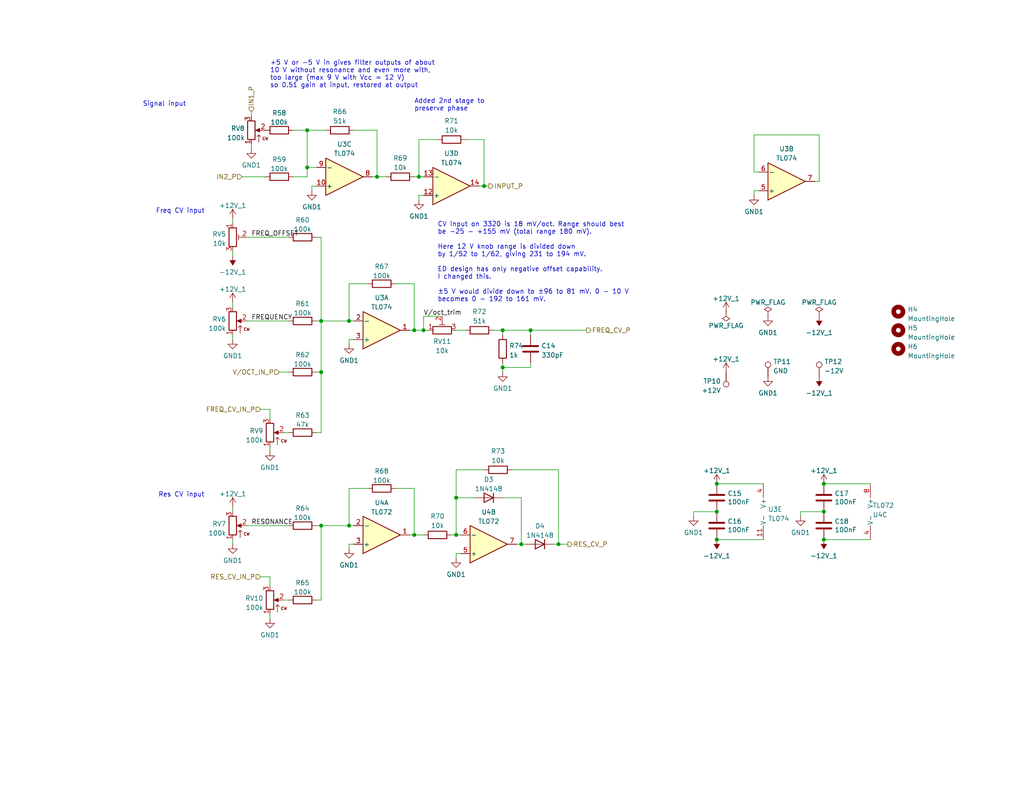
<source format=kicad_sch>
(kicad_sch (version 20221206) (generator eeschema)
  (paper "USLetter")
  (title_block (title "Pole mixing filter") (date "2022-03-29") (company "mods by Rich Holmes / Analog Output") (comment 1 "CC BY-NC-SA 4.0") (comment 2 "https://electricdruid.net/multimode-filters-part-2-pole-mixing-filters/") (comment 3 "Based on Electric Druid design "))
  (lib_symbols
    (symbol "AO_symbols:+12V_1" (power) (pin_names (offset 0))
      (property "Value" "+12V_1" (at 0 3.556 0))
      (symbol "+12V_1_0_1"
        (polyline (pts (xy -0.762 1.27) (xy 0 2.54)))
        (polyline (pts (xy 0 0) (xy 0 2.54)))
        (polyline (pts (xy 0 2.54) (xy 0.762 1.27)))
      )
      (symbol "+12V_1_1_1"
        (pin power_in line (at 0 0 90) (length 0) hide (name "+12V_1") (number "1"))
      )
    )
    (symbol "AO_symbols:-12V_1" (power) (pin_names (offset 0))
      (property "Value" "-12V_1" (at 0 3.81 0))
      (symbol "-12V_1_0_0"
        (pin power_in line (at 0 0 90) (length 0) hide (name "-12V_1") (number "1"))
      )
      (symbol "-12V_1_0_1"
        (polyline (pts (xy 0 0) (xy 0 1.27) (xy 0.762 1.27) (xy 0 2.54) (xy -0.762 1.27) (xy 0 1.27)) (fill (type outline)))
      )
    )
    (symbol "AO_symbols:1N4148" (pin_numbers hide) (pin_names (offset 1.016) hide)
      (property "Reference" "D" (at 0 2.54 0))
      (property "Value" "1N4148" (at 0 -2.54 0))
      (symbol "1N4148_0_1"
        (polyline (pts (xy -1.27 1.27) (xy -1.27 -1.27)) (stroke (width 0.254)))
        (polyline (pts (xy 1.27 0) (xy -1.27 0)))
        (polyline (pts (xy 1.27 1.27) (xy 1.27 -1.27) (xy -1.27 0) (xy 1.27 1.27)) (stroke (width 0.254)))
      )
      (symbol "1N4148_1_1"
        (pin passive line (at -3.81 0 0) (length 2.54) (name "K") (number "1"))
        (pin passive line (at 3.81 0 180) (length 2.54) (name "A") (number "2"))
      )
    )
    (symbol "AO_symbols:C" (pin_numbers hide) (pin_names (offset 0.254))
      (property "Reference" "C" (at 0.635 2.54 0))
      (property "Value" "C" (at 0.635 -2.54 0))
      (symbol "C_0_1"
        (polyline (pts (xy -2.032 -0.762) (xy 2.032 -0.762)) (stroke (width 0.508)))
        (polyline (pts (xy -2.032 0.762) (xy 2.032 0.762)) (stroke (width 0.508)))
      )
      (symbol "C_1_1"
        (pin passive line (at 0 3.81 270) (length 2.794) (name "~") (number "1"))
        (pin passive line (at 0 -3.81 90) (length 2.794) (name "~") (number "2"))
      )
    )
    (symbol "AO_symbols:MountingHole" (pin_names (offset 1.016)) (in_bom no)
      (property "Reference" "H" (at 0 5.08 0))
      (property "Value" "MountingHole" (at 0 3.175 0))
      (symbol "MountingHole_0_1"
        (circle (center 0 0) (radius 1.27) (stroke (width 1.27)))
      )
    )
    (symbol "AO_symbols:R" (pin_numbers hide) (pin_names (offset 0))
      (property "Reference" "R" (at 2.032 0 90))
      (property "Value" "R" (at 0 0 90))
      (symbol "R_0_1"
        (rectangle (start -1.016 -2.54) (end 1.016 2.54) (stroke (width 0.254)))
      )
      (symbol "R_1_1"
        (pin passive line (at 0 3.81 270) (length 1.27) (name "~") (number "1"))
        (pin passive line (at 0 -3.81 90) (length 1.27) (name "~") (number "2"))
      )
    )
    (symbol "AO_symbols:R_POT" (pin_names (offset 1.016) hide)
      (property "Reference" "RV" (at -4.445 0 90))
      (property "Value" "R_POT" (at -2.54 0 90))
      (symbol "R_POT_0_0"
        (text "CW" (at 3.81 -2.286 0) (effects (font (size 0.762 0.762))))
      )
      (symbol "R_POT_0_1"
        (rectangle (start -1.016 2.54) (end 1.016 -2.54) (stroke (width 0.254)))
        (polyline (pts (xy 2.032 -3.302) (xy 2.032 -1.27)) (stroke (width 0.1524)))
        (polyline (pts (xy 2.54 0) (xy 1.524 0)))
        (polyline (pts (xy 2.54 -1.778) (xy 2.032 -1.27) (xy 1.524 -1.778)) (stroke (width 0.1524)))
        (polyline (pts (xy 1.143 0) (xy 2.286 -0.508) (xy 2.286 0.508) (xy 1.143 0)) (fill (type outline)))
      )
      (symbol "R_POT_1_1"
        (pin passive line (at 0 -3.81 90) (length 1.27) (name "1") (number "1"))
        (pin passive line (at 3.81 0 180) (length 1.27) (name "2") (number "2"))
        (pin passive line (at 0 3.81 270) (length 1.27) (name "3") (number "3"))
      )
    )
    (symbol "AO_symbols:R_POT_TRIM_3296W" (pin_names (offset 1.016) hide)
      (property "Reference" "RV" (at -4.445 0 90))
      (property "Value" "R_POT_TRIM_3296W" (at -2.54 0 90))
      (symbol "R_POT_TRIM_3296W_0_1"
        (polyline (pts (xy 1.524 0.762) (xy 1.524 -0.762)))
        (polyline (pts (xy 2.54 0) (xy 1.524 0)))
        (rectangle (start 1.016 2.54) (end -1.016 -2.54) (stroke (width 0.254)))
      )
      (symbol "R_POT_TRIM_3296W_1_1"
        (pin passive line (at 0 3.81 270) (length 1.27) (name "1") (number "1"))
        (pin passive line (at 3.81 0 180) (length 1.27) (name "2") (number "2"))
        (pin passive line (at 0 -3.81 90) (length 1.27) (name "3") (number "3"))
      )
    )
    (symbol "AO_symbols:TL072" (pin_names (offset 0.127))
      (property "Reference" "U" (at 0 5.08 0))
      (property "Value" "TL072" (at 0 -5.08 0))
      (symbol "TL072_1_1"
        (polyline (pts (xy -5.08 5.08) (xy 5.08 0) (xy -5.08 -5.08) (xy -5.08 5.08)) (stroke (width 0.254)) (fill (type background)))
        (pin output line (at 7.62 0 180) (length 2.54) (name "~") (number "1"))
        (pin input line (at -7.62 -2.54 0) (length 2.54) (name "-") (number "2"))
        (pin input line (at -7.62 2.54 0) (length 2.54) (name "+") (number "3"))
      )
      (symbol "TL072_2_1"
        (polyline (pts (xy -5.08 5.08) (xy 5.08 0) (xy -5.08 -5.08) (xy -5.08 5.08)) (stroke (width 0.254)) (fill (type background)))
        (pin input line (at -7.62 2.54 0) (length 2.54) (name "+") (number "5"))
        (pin input line (at -7.62 -2.54 0) (length 2.54) (name "-") (number "6"))
        (pin output line (at 7.62 0 180) (length 2.54) (name "~") (number "7"))
      )
      (symbol "TL072_3_1"
        (pin power_in line (at -2.54 -7.62 90) (length 3.81) (name "V-") (number "4"))
        (pin power_in line (at -2.54 7.62 270) (length 3.81) (name "V+") (number "8"))
      )
    )
    (symbol "AO_symbols:TL074" (pin_names (offset 0.127))
      (property "Reference" "U" (at 0 5.08 0))
      (property "Value" "TL074" (at 0 -5.08 0))
      (symbol "TL074_1_1"
        (polyline (pts (xy -5.08 5.08) (xy 5.08 0) (xy -5.08 -5.08) (xy -5.08 5.08)) (stroke (width 0.254)) (fill (type background)))
        (pin output line (at 7.62 0 180) (length 2.54) (name "~") (number "1"))
        (pin input line (at -7.62 -2.54 0) (length 2.54) (name "-") (number "2"))
        (pin input line (at -7.62 2.54 0) (length 2.54) (name "+") (number "3"))
      )
      (symbol "TL074_2_1"
        (polyline (pts (xy -5.08 5.08) (xy 5.08 0) (xy -5.08 -5.08) (xy -5.08 5.08)) (stroke (width 0.254)) (fill (type background)))
        (pin input line (at -7.62 2.54 0) (length 2.54) (name "+") (number "5"))
        (pin input line (at -7.62 -2.54 0) (length 2.54) (name "-") (number "6"))
        (pin output line (at 7.62 0 180) (length 2.54) (name "~") (number "7"))
      )
      (symbol "TL074_3_1"
        (polyline (pts (xy -5.08 5.08) (xy 5.08 0) (xy -5.08 -5.08) (xy -5.08 5.08)) (stroke (width 0.254)) (fill (type background)))
        (pin input line (at -7.62 2.54 0) (length 2.54) (name "+") (number "10"))
        (pin output line (at 7.62 0 180) (length 2.54) (name "~") (number "8"))
        (pin input line (at -7.62 -2.54 0) (length 2.54) (name "-") (number "9"))
      )
      (symbol "TL074_4_1"
        (polyline (pts (xy -5.08 5.08) (xy 5.08 0) (xy -5.08 -5.08) (xy -5.08 5.08)) (stroke (width 0.254)) (fill (type background)))
        (pin input line (at -7.62 2.54 0) (length 2.54) (name "+") (number "12"))
        (pin input line (at -7.62 -2.54 0) (length 2.54) (name "-") (number "13"))
        (pin output line (at 7.62 0 180) (length 2.54) (name "~") (number "14"))
      )
      (symbol "TL074_5_1"
        (pin power_in line (at -2.54 -7.62 90) (length 3.81) (name "V-") (number "11"))
        (pin power_in line (at -2.54 7.62 270) (length 3.81) (name "V+") (number "4"))
      )
    )
    (symbol "AO_symbols:TestPoint" (pin_numbers hide) (pin_names (offset 0.762) hide) (in_bom no)
      (property "Reference" "TP" (at 0 6.858 0))
      (property "Value" "TestPoint" (at 0 5.08 0))
      (symbol "TestPoint_0_1"
        (circle (center 0 3.302) (radius 0.762))
      )
      (symbol "TestPoint_1_1"
        (pin passive line (at 0 0 90) (length 2.54) (name "1") (number "1"))
      )
    )
    (symbol "power:GND1" (power) (pin_names (offset 0))
      (property "Value" "GND1" (at 0 -3.81 0))
      (symbol "GND1_0_1"
        (polyline (pts (xy 0 0) (xy 0 -1.27) (xy 1.27 -1.27) (xy 0 -2.54) (xy -1.27 -1.27) (xy 0 -1.27)))
      )
      (symbol "GND1_1_1"
        (pin power_in line (at 0 0 270) (length 0) hide (name "GND1") (number "1"))
      )
    )
    (symbol "power:PWR_FLAG" (power) (pin_numbers hide) (pin_names (offset 0) hide)
      (property "Value" "PWR_FLAG" (at 0 3.81 0))
      (symbol "PWR_FLAG_0_0"
        (pin power_out line (at 0 0 90) (length 0) (name "pwr") (number "1"))
      )
      (symbol "PWR_FLAG_0_1"
        (polyline (pts (xy 0 0) (xy 0 1.27) (xy -1.016 1.905) (xy 0 2.54) (xy 1.016 1.905) (xy 0 1.27)))
      )
    )
  )
  (junction (at 87.63 143.51))
  (junction (at 113.03 146.05))
  (junction (at 132.08 50.8))
  (junction (at 142.24 148.59))
  (junction (at 137.16 90.17))
  (junction (at 102.87 48.26))
  (junction (at 195.58 132.08))
  (junction (at 114.3 48.26))
  (junction (at 87.63 87.63))
  (junction (at 113.03 90.17))
  (junction (at 124.46 135.89))
  (junction (at 195.58 139.7))
  (junction (at 224.79 132.08))
  (junction (at 152.4 148.59))
  (junction (at 115.57 90.17))
  (junction (at 124.46 146.05))
  (junction (at 87.63 101.6))
  (junction (at 144.78 90.17))
  (junction (at 95.25 143.51))
  (junction (at 137.16 100.33))
  (junction (at 195.58 147.32))
  (junction (at 224.79 147.32))
  (junction (at 95.25 87.63))
  (junction (at 83.82 35.56))
  (junction (at 224.79 139.7))
  (junction (at 83.82 45.72))
  (wire (pts (xy 87.63 163.83) (xy 86.36 163.83)))
  (wire (pts (xy 133.35 50.8) (xy 132.08 50.8)))
  (wire (pts (xy 205.74 53.34) (xy 205.74 52.07)))
  (wire (pts (xy 189.23 139.7) (xy 189.23 140.97)))
  (wire (pts (xy 116.84 90.17) (xy 115.57 90.17)))
  (wire (pts (xy 95.25 87.63) (xy 96.52 87.63)))
  (wire (pts (xy 205.74 36.83) (xy 223.52 36.83)))
  (wire (pts (xy 124.46 128.27) (xy 124.46 135.89)))
  (wire (pts (xy 111.76 90.17) (xy 113.03 90.17)))
  (wire (pts (xy 80.01 35.56) (xy 83.82 35.56)))
  (wire (pts (xy 71.12 111.76) (xy 73.66 111.76)))
  (wire (pts (xy 102.87 35.56) (xy 102.87 48.26)))
  (wire (pts (xy 63.5 82.55) (xy 63.5 83.82)))
  (wire (pts (xy 114.3 48.26) (xy 115.57 48.26)))
  (wire (pts (xy 144.78 91.44) (xy 144.78 90.17)))
  (wire (pts (xy 205.74 52.07) (xy 207.01 52.07)))
  (wire (pts (xy 83.82 35.56) (xy 83.82 45.72)))
  (wire (pts (xy 237.49 132.08) (xy 224.79 132.08)))
  (wire (pts (xy 119.38 38.1) (xy 114.3 38.1)))
  (wire (pts (xy 85.09 52.07) (xy 85.09 50.8)))
  (wire (pts (xy 129.54 135.89) (xy 124.46 135.89)))
  (wire (pts (xy 115.57 86.36) (xy 115.57 90.17)))
  (wire (pts (xy 152.4 148.59) (xy 152.4 128.27)))
  (wire (pts (xy 95.25 143.51) (xy 96.52 143.51)))
  (wire (pts (xy 137.16 100.33) (xy 137.16 99.06)))
  (wire (pts (xy 63.5 59.69) (xy 63.5 60.96)))
  (wire (pts (xy 87.63 87.63) (xy 87.63 101.6)))
  (wire (pts (xy 67.31 143.51) (xy 78.74 143.51)))
  (wire (pts (xy 66.04 48.26) (xy 72.39 48.26)))
  (wire (pts (xy 78.74 118.11) (xy 77.47 118.11)))
  (wire (pts (xy 95.25 92.71) (xy 95.25 93.98)))
  (wire (pts (xy 114.3 53.34) (xy 115.57 53.34)))
  (wire (pts (xy 142.24 135.89) (xy 142.24 148.59)))
  (wire (pts (xy 86.36 101.6) (xy 87.63 101.6)))
  (wire (pts (xy 87.63 64.77) (xy 87.63 87.63)))
  (wire (pts (xy 124.46 152.4) (xy 124.46 151.13)))
  (wire (pts (xy 63.5 91.44) (xy 63.5 92.71)))
  (wire (pts (xy 113.03 146.05) (xy 113.03 133.35)))
  (wire (pts (xy 87.63 143.51) (xy 95.25 143.51)))
  (wire (pts (xy 87.63 143.51) (xy 87.63 163.83)))
  (wire (pts (xy 124.46 135.89) (xy 124.46 146.05)))
  (wire (pts (xy 113.03 133.35) (xy 107.95 133.35)))
  (wire (pts (xy 67.31 87.63) (xy 78.74 87.63)))
  (wire (pts (xy 113.03 77.47) (xy 107.95 77.47)))
  (wire (pts (xy 63.5 69.85) (xy 63.5 68.58)))
  (wire (pts (xy 68.58 39.37) (xy 68.58 40.64)))
  (wire (pts (xy 96.52 92.71) (xy 95.25 92.71)))
  (wire (pts (xy 73.66 121.92) (xy 73.66 123.19)))
  (wire (pts (xy 137.16 91.44) (xy 137.16 90.17)))
  (wire (pts (xy 223.52 49.53) (xy 222.25 49.53)))
  (wire (pts (xy 87.63 101.6) (xy 87.63 118.11)))
  (wire (pts (xy 96.52 35.56) (xy 102.87 35.56)))
  (wire (pts (xy 86.36 143.51) (xy 87.63 143.51)))
  (wire (pts (xy 114.3 54.61) (xy 114.3 53.34)))
  (wire (pts (xy 205.74 46.99) (xy 205.74 36.83)))
  (wire (pts (xy 105.41 48.26) (xy 102.87 48.26)))
  (wire (pts (xy 114.3 38.1) (xy 114.3 48.26)))
  (wire (pts (xy 87.63 118.11) (xy 86.36 118.11)))
  (wire (pts (xy 76.2 101.6) (xy 78.74 101.6)))
  (wire (pts (xy 189.23 139.7) (xy 195.58 139.7)))
  (wire (pts (xy 113.03 146.05) (xy 115.57 146.05)))
  (wire (pts (xy 144.78 100.33) (xy 137.16 100.33)))
  (wire (pts (xy 78.74 163.83) (xy 77.47 163.83)))
  (wire (pts (xy 86.36 87.63) (xy 87.63 87.63)))
  (wire (pts (xy 63.5 147.32) (xy 63.5 148.59)))
  (wire (pts (xy 132.08 38.1) (xy 132.08 50.8)))
  (wire (pts (xy 102.87 48.26) (xy 101.6 48.26)))
  (wire (pts (xy 137.16 101.6) (xy 137.16 100.33)))
  (wire (pts (xy 132.08 50.8) (xy 130.81 50.8)))
  (wire (pts (xy 144.78 90.17) (xy 137.16 90.17)))
  (wire (pts (xy 237.49 147.32) (xy 224.79 147.32)))
  (wire (pts (xy 73.66 167.64) (xy 73.66 168.91)))
  (wire (pts (xy 208.28 147.32) (xy 195.58 147.32)))
  (wire (pts (xy 87.63 87.63) (xy 95.25 87.63)))
  (wire (pts (xy 151.13 148.59) (xy 152.4 148.59)))
  (wire (pts (xy 144.78 90.17) (xy 160.02 90.17)))
  (wire (pts (xy 100.33 77.47) (xy 95.25 77.47)))
  (wire (pts (xy 71.12 157.48) (xy 73.66 157.48)))
  (wire (pts (xy 100.33 133.35) (xy 95.25 133.35)))
  (wire (pts (xy 113.03 90.17) (xy 113.03 77.47)))
  (wire (pts (xy 143.51 148.59) (xy 142.24 148.59)))
  (wire (pts (xy 95.25 77.47) (xy 95.25 87.63)))
  (wire (pts (xy 85.09 50.8) (xy 86.36 50.8)))
  (wire (pts (xy 96.52 148.59) (xy 95.25 148.59)))
  (wire (pts (xy 80.01 48.26) (xy 83.82 48.26)))
  (wire (pts (xy 208.28 132.08) (xy 195.58 132.08)))
  (wire (pts (xy 123.19 146.05) (xy 124.46 146.05)))
  (wire (pts (xy 218.44 139.7) (xy 218.44 140.97)))
  (wire (pts (xy 127 38.1) (xy 132.08 38.1)))
  (wire (pts (xy 124.46 146.05) (xy 125.73 146.05)))
  (wire (pts (xy 152.4 128.27) (xy 139.7 128.27)))
  (wire (pts (xy 142.24 148.59) (xy 140.97 148.59)))
  (wire (pts (xy 223.52 36.83) (xy 223.52 49.53)))
  (wire (pts (xy 95.25 133.35) (xy 95.25 143.51)))
  (wire (pts (xy 63.5 138.43) (xy 63.5 139.7)))
  (wire (pts (xy 111.76 146.05) (xy 113.03 146.05)))
  (wire (pts (xy 83.82 45.72) (xy 86.36 45.72)))
  (wire (pts (xy 67.31 64.77) (xy 78.74 64.77)))
  (wire (pts (xy 73.66 160.02) (xy 73.66 157.48)))
  (wire (pts (xy 218.44 139.7) (xy 224.79 139.7)))
  (wire (pts (xy 124.46 90.17) (xy 127 90.17)))
  (wire (pts (xy 83.82 35.56) (xy 88.9 35.56)))
  (wire (pts (xy 73.66 114.3) (xy 73.66 111.76)))
  (wire (pts (xy 83.82 48.26) (xy 83.82 45.72)))
  (wire (pts (xy 137.16 135.89) (xy 142.24 135.89)))
  (wire (pts (xy 95.25 148.59) (xy 95.25 149.86)))
  (wire (pts (xy 120.65 86.36) (xy 115.57 86.36)))
  (wire (pts (xy 134.62 90.17) (xy 137.16 90.17)))
  (wire (pts (xy 144.78 100.33) (xy 144.78 99.06)))
  (wire (pts (xy 68.58 31.75) (xy 68.58 30.48)))
  (wire (pts (xy 152.4 148.59) (xy 154.94 148.59)))
  (wire (pts (xy 207.01 46.99) (xy 205.74 46.99)))
  (wire (pts (xy 132.08 128.27) (xy 124.46 128.27)))
  (wire (pts (xy 115.57 90.17) (xy 113.03 90.17)))
  (wire (pts (xy 113.03 48.26) (xy 114.3 48.26)))
  (wire (pts (xy 86.36 64.77) (xy 87.63 64.77)))
  (wire (pts (xy 124.46 151.13) (xy 125.73 151.13)))
  (text "Added 2nd stage to\npreserve phase" (at 113.03 30.48 0) (effects (font (size 1.27 1.27)) (justify left bottom)))
  (text "CV input on 3320 is 18 mV/oct. Range should best \nbe -25 - +155 mV (total range 180 mV).\n\nHere 12 V knob range is divided down \nby 1/52 to 1/62, giving 231 to 194 mV.\n\nED design has only negative offset capability.\nI changed this.\n\n±5 V would divide down to ±96 to 81 mV. 0 - 10 V\nbecomes 0 - 192 to 161 mV." (at 119.38 82.55 0) (effects (font (size 1.27 1.27)) (justify left bottom)))
  (text "+5 V or -5 V in gives filter outputs of about \n10 V without resonance and even more with, \ntoo large (max 9 V with Vcc = 12 V)\nso 0.51 gain at input, restored at output" (at 73.66 24.13 0) (effects (font (size 1.27 1.27)) (justify left bottom)))
  (text "Signal input" (at 50.8 29.21 0) (effects (font (size 1.27 1.27)) (justify right bottom)))
  (text "Freq CV input" (at 55.88 58.42 0) (effects (font (size 1.27 1.27)) (justify right bottom)))
  (text "Res CV input" (at 43.18 135.89 0) (effects (font (size 1.27 1.27)) (justify left bottom)))
  (label "FREQUENCY" (at 68.58 87.63 0))
  (label "FREQ_OFFSET" (at 68.58 64.77 0))
  (label "V{slash}oct_trim" (at 115.57 86.36 0))
  (label "RESONANCE" (at 68.58 143.51 0))
  (hierarchical_label "RES_CV_IN_P" (shape input) (at 71.12 157.48 180))
  (hierarchical_label "V{slash}OCT_IN_P" (shape input) (at 76.2 101.6 180))
  (hierarchical_label "INPUT_P" (shape output) (at 133.35 50.8 0))
  (hierarchical_label "FREQ_CV_IN_P" (shape input) (at 71.12 111.76 180))
  (hierarchical_label "FREQ_CV_P" (shape output) (at 160.02 90.17 0))
  (hierarchical_label "RES_CV_P" (shape output) (at 154.94 148.59 0))
  (hierarchical_label "IN2_P" (shape input) (at 66.04 48.26 180))
  (hierarchical_label "IN1_P" (shape input) (at 68.58 30.48 90))
  (symbol (lib_id "AO_symbols:TL074") (at 104.14 90.17 0) (mirror x) (unit 1)
    (property "Reference" "U3" (at 104.14 81.28 0))
    (property "Value" "TL074" (at 104.14 83.82 0))
    (property "Footprint" "AO_tht:DIP-14_W7.62mm_Socket_LongPads" (effects hide))
    (property "Vendor" "Tayda" (effects hide))
    (property "SKU" "A-1138" (effects hide))
  )
  (symbol (lib_id "AO_symbols:C") (at 195.58 143.51 0) (unit 1)
    (property "Reference" "C16" (at 198.501 142.3416 0) (effects (justify left)))
    (property "Value" "100nF" (at 198.501 144.653 0) (effects (justify left)))
    (property "Footprint" "AO_tht:C_Disc_D3.0mm_W1.6mm_P2.50mm" (effects hide))
    (property "Vendor" "Tayda" (effects hide))
    (property "SKU" "A-553" (effects hide))
  )
  (symbol (lib_id "AO_symbols:R_POT") (at 73.66 118.11 0) (unit 1)
    (property "Reference" "RV9" (at 71.882 117.6309 0) (effects (justify right)))
    (property "Value" "100k" (at 71.882 120.1678 0) (effects (justify right)))
    (property "Footprint" "AO_tht:Potentiometer_Alpha_16mm_Single_Vertical" (effects hide))
    (property "Vendor" "Tayda" (effects hide))
  )
  (symbol (lib_id "AO_symbols:MountingHole") (at 245.11 90.17 0) (unit 1) (in_bom no)
    (property "Reference" "H5" (at 247.65 89.535 0) (effects (justify left)))
    (property "Value" "MountingHole" (at 247.65 92.075 0) (effects (justify left)))
    (property "Footprint" "AO_tht:MountingHole_3.2mm_M3" (effects hide))
    (property "Config" "DNF" (effects hide))
  )
  (symbol (lib_id "power:GND1") (at 85.09 52.07 0) (unit 1)
    (property "Reference" "#PWR048" (effects hide))
    (property "Value" "GND1" (at 85.09 56.5134 0))
  )
  (symbol (lib_id "AO_symbols:R_POT") (at 63.5 143.51 0) (unit 1)
    (property "Reference" "RV7" (at 61.722 143.0309 0) (effects (justify right)))
    (property "Value" "100k" (at 61.722 145.5678 0) (effects (justify right)))
    (property "Footprint" "AO_tht:Potentiometer_Alpha_16mm_Single_Vertical" (effects hide))
    (property "Vendor" "Tayda" (effects hide))
  )
  (symbol (lib_id "power:GND1") (at 95.25 93.98 0) (unit 1)
    (property "Reference" "#PWR049" (effects hide))
    (property "Value" "GND1" (at 95.25 98.4234 0))
  )
  (symbol (lib_id "AO_symbols:R") (at 104.14 133.35 90) (unit 1)
    (property "Reference" "R68" (at 104.14 128.6342 90))
    (property "Value" "100k" (at 104.14 131.1711 90))
    (property "Footprint" "AO_tht:R_Axial_DIN0207_L6.3mm_D2.5mm_P10.16mm_Horizontal" (effects hide))
    (property "Vendor" "Tayda" (effects hide))
  )
  (symbol (lib_id "AO_symbols:R_POT") (at 73.66 163.83 0) (unit 1)
    (property "Reference" "RV10" (at 71.882 163.3509 0) (effects (justify right)))
    (property "Value" "100k" (at 71.882 165.8878 0) (effects (justify right)))
    (property "Footprint" "AO_tht:Potentiometer_Alpha_16mm_Single_Vertical" (effects hide))
    (property "Vendor" "Tayda" (effects hide))
  )
  (symbol (lib_id "AO_symbols:TL074") (at 214.63 49.53 0) (mirror x) (unit 2)
    (property "Reference" "U3" (at 214.63 40.64 0))
    (property "Value" "TL074" (at 214.63 43.18 0))
    (property "Footprint" "AO_tht:DIP-14_W7.62mm_Socket_LongPads" (effects hide))
    (property "Vendor" "Tayda" (effects hide))
    (property "SKU" "A-1138" (effects hide))
  )
  (symbol (lib_id "AO_symbols:R") (at 82.55 64.77 90) (unit 1)
    (property "Reference" "R60" (at 82.55 60.0542 90))
    (property "Value" "100k" (at 82.55 62.5911 90))
    (property "Footprint" "AO_tht:R_Axial_DIN0207_L6.3mm_D2.5mm_P10.16mm_Horizontal" (effects hide))
    (property "Vendor" "Tayda" (effects hide))
  )
  (symbol (lib_id "AO_symbols:R_POT") (at 68.58 35.56 0) (unit 1)
    (property "Reference" "RV8" (at 66.802 35.0809 0) (effects (justify right)))
    (property "Value" "100k" (at 66.802 37.6178 0) (effects (justify right)))
    (property "Footprint" "AO_tht:Potentiometer_Alpha_16mm_Single_Vertical" (effects hide))
    (property "Vendor" "Tayda" (effects hide))
  )
  (symbol (lib_id "AO_symbols:TL072") (at 104.14 146.05 0) (mirror x) (unit 1)
    (property "Reference" "U4" (at 104.14 137.2702 0))
    (property "Value" "TL072" (at 104.14 139.8071 0))
    (property "Footprint" "AO_tht:DIP-8_W7.62mm_Socket_LongPads" (effects hide))
    (property "Vendor" "Tayda" (effects hide))
    (property "SKU" "A-037" (effects hide))
  )
  (symbol (lib_id "AO_symbols:C") (at 224.79 143.51 0) (unit 1)
    (property "Reference" "C18" (at 227.711 142.3416 0) (effects (justify left)))
    (property "Value" "100nF" (at 227.711 144.653 0) (effects (justify left)))
    (property "Footprint" "AO_tht:C_Disc_D3.0mm_W1.6mm_P2.50mm" (effects hide))
    (property "Vendor" "Tayda" (effects hide))
    (property "SKU" "A-553" (effects hide))
  )
  (symbol (lib_id "AO_symbols:+12V_1") (at 63.5 138.43 0) (unit 1)
    (property "Reference" "#PWR042" (effects hide))
    (property "Value" "+12V_1" (at 63.5 134.8542 0))
  )
  (symbol (lib_id "power:PWR_FLAG") (at 223.52 86.36 0) (unit 1)
    (property "Reference" "#FLG04" (effects hide))
    (property "Value" "PWR_FLAG" (at 223.52 82.55 0))
  )
  (symbol (lib_id "power:PWR_FLAG") (at 198.12 85.09 0) (mirror x) (unit 1)
    (property "Reference" "#FLG05" (effects hide))
    (property "Value" "PWR_FLAG" (at 198.12 88.9 0))
  )
  (symbol (lib_id "AO_symbols:R") (at 130.81 90.17 90) (unit 1)
    (property "Reference" "R72" (at 130.81 85.09 90))
    (property "Value" "51k" (at 130.81 87.63 90))
    (property "Footprint" "AO_tht:R_Axial_DIN0207_L6.3mm_D2.5mm_P10.16mm_Horizontal" (effects hide))
    (property "Vendor" "Tayda" (effects hide))
  )
  (symbol (lib_id "power:GND1") (at 209.55 86.36 0) (unit 1)
    (property "Reference" "#PWR069" (effects hide))
    (property "Value" "GND1" (at 209.55 90.8034 0))
  )
  (symbol (lib_id "AO_symbols:+12V_1") (at 224.79 132.08 0) (unit 1)
    (property "Reference" "#PWR060" (effects hide))
    (property "Value" "+12V_1" (at 224.79 128.5042 0))
  )
  (symbol (lib_id "power:GND1") (at 189.23 140.97 0) (unit 1)
    (property "Reference" "#PWR053" (effects hide))
    (property "Value" "GND1" (at 189.23 145.4134 0))
  )
  (symbol (lib_id "power:GND1") (at 68.58 40.64 0) (unit 1)
    (property "Reference" "#PWR044" (effects hide))
    (property "Value" "GND1" (at 68.58 45.0834 0))
  )
  (symbol (lib_id "AO_symbols:-12V_1") (at 224.79 147.32 0) (mirror x) (unit 1)
    (property "Reference" "#PWR061" (effects hide))
    (property "Value" "-12V_1" (at 224.79 151.7634 0))
  )
  (symbol (lib_id "AO_symbols:+12V_1") (at 195.58 132.08 0) (unit 1)
    (property "Reference" "#PWR054" (effects hide))
    (property "Value" "+12V_1" (at 195.58 128.5042 0))
  )
  (symbol (lib_id "AO_symbols:R") (at 82.55 163.83 90) (unit 1)
    (property "Reference" "R65" (at 82.55 159.1142 90))
    (property "Value" "100k" (at 82.55 161.6511 90))
    (property "Footprint" "AO_tht:R_Axial_DIN0207_L6.3mm_D2.5mm_P10.16mm_Horizontal" (effects hide))
    (property "Vendor" "Tayda" (effects hide))
  )
  (symbol (lib_id "power:GND1") (at 73.66 123.19 0) (unit 1)
    (property "Reference" "#PWR046" (effects hide))
    (property "Value" "GND1" (at 73.66 127.6334 0))
  )
  (symbol (lib_id "power:GND1") (at 205.74 53.34 0) (unit 1)
    (property "Reference" "#PWR075" (effects hide))
    (property "Value" "GND1" (at 205.74 57.7834 0))
  )
  (symbol (lib_id "power:GND1") (at 209.55 102.87 0) (unit 1)
    (property "Reference" "#PWR057" (effects hide))
    (property "Value" "GND1" (at 209.55 107.3134 0))
  )
  (symbol (lib_id "AO_symbols:R_POT") (at 63.5 87.63 0) (unit 1)
    (property "Reference" "RV6" (at 61.722 87.1509 0) (effects (justify right)))
    (property "Value" "100k" (at 61.722 89.6878 0) (effects (justify right)))
    (property "Footprint" "AO_tht:Potentiometer_Alpha_16mm_Single_Vertical" (effects hide))
    (property "Vendor" "Tayda" (effects hide))
  )
  (symbol (lib_id "AO_symbols:R_POT_TRIM_3296W") (at 120.65 90.17 90) (unit 1)
    (property "Reference" "RV11" (at 120.65 93.2164 90))
    (property "Value" "10k" (at 120.65 95.7533 90))
    (property "Footprint" "AO_tht:Potentiometer_Bourns_3296W_Vertical_standard" (effects hide))
    (property "Vendor" "Tayda" (effects hide))
  )
  (symbol (lib_id "AO_symbols:TL072") (at 133.35 148.59 0) (mirror x) (unit 2)
    (property "Reference" "U4" (at 133.35 139.8102 0))
    (property "Value" "TL072" (at 133.35 142.3471 0))
    (property "Footprint" "AO_tht:DIP-8_W7.62mm_Socket_LongPads" (effects hide))
    (property "Vendor" "Tayda" (effects hide))
    (property "SKU" "A-037" (effects hide))
  )
  (symbol (lib_id "AO_symbols:R") (at 123.19 38.1 90) (unit 1)
    (property "Reference" "R71" (at 123.19 33.02 90))
    (property "Value" "10k" (at 123.19 35.56 90))
    (property "Footprint" "AO_tht:R_Axial_DIN0207_L6.3mm_D2.5mm_P10.16mm_Horizontal" (effects hide))
    (property "Vendor" "Tayda" (effects hide))
  )
  (symbol (lib_id "AO_symbols:+12V_1") (at 198.12 85.09 0) (unit 1)
    (property "Reference" "#PWR068" (effects hide))
    (property "Value" "+12V_1" (at 198.12 81.5142 0))
  )
  (symbol (lib_id "AO_symbols:R") (at 119.38 146.05 90) (unit 1)
    (property "Reference" "R70" (at 119.38 140.97 90))
    (property "Value" "10k" (at 119.38 143.51 90))
    (property "Footprint" "AO_tht:R_Axial_DIN0207_L6.3mm_D2.5mm_P10.16mm_Horizontal" (effects hide))
    (property "Vendor" "Tayda" (effects hide))
  )
  (symbol (lib_id "AO_symbols:1N4148") (at 133.35 135.89 180) (unit 1)
    (property "Reference" "D3" (at 133.35 130.9202 0))
    (property "Value" "1N4148" (at 133.35 133.4571 0))
    (property "Footprint" "AO_tht:D_DO-35_SOD27_P7.62mm_Horizontal" (effects hide))
    (property "Vendor" "Tayda" (effects hide))
    (property "SKU" "A-157" (effects hide))
  )
  (symbol (lib_id "AO_symbols:1N4148") (at 147.32 148.59 180) (unit 1)
    (property "Reference" "D4" (at 147.32 143.6202 0))
    (property "Value" "1N4148" (at 147.32 146.1571 0))
    (property "Footprint" "AO_tht:D_DO-35_SOD27_P7.62mm_Horizontal" (effects hide))
    (property "Vendor" "Tayda" (effects hide))
    (property "SKU" "A-157" (effects hide))
  )
  (symbol (lib_id "power:GND1") (at 73.66 168.91 0) (unit 1)
    (property "Reference" "#PWR047" (effects hide))
    (property "Value" "GND1" (at 73.66 173.3534 0))
  )
  (symbol (lib_id "AO_symbols:-12V_1") (at 223.52 86.36 0) (mirror x) (unit 1)
    (property "Reference" "#PWR070" (effects hide))
    (property "Value" "-12V_1" (at 223.52 90.8034 0))
  )
  (symbol (lib_id "AO_symbols:R") (at 109.22 48.26 90) (unit 1)
    (property "Reference" "R69" (at 109.22 43.18 90))
    (property "Value" "10k" (at 109.22 45.72 90))
    (property "Footprint" "AO_tht:R_Axial_DIN0207_L6.3mm_D2.5mm_P10.16mm_Horizontal" (effects hide))
    (property "Vendor" "Tayda" (effects hide))
  )
  (symbol (lib_id "AO_symbols:R") (at 92.71 35.56 90) (unit 1)
    (property "Reference" "R66" (at 92.71 30.48 90))
    (property "Value" "51k" (at 92.71 33.02 90))
    (property "Footprint" "AO_tht:R_Axial_DIN0207_L6.3mm_D2.5mm_P10.16mm_Horizontal" (effects hide))
    (property "Vendor" "Tayda" (effects hide))
  )
  (symbol (lib_id "power:GND1") (at 124.46 152.4 0) (unit 1)
    (property "Reference" "#PWR051" (effects hide))
    (property "Value" "GND1" (at 124.46 156.8434 0))
  )
  (symbol (lib_id "power:GND1") (at 63.5 148.59 0) (unit 1)
    (property "Reference" "#PWR043" (effects hide))
    (property "Value" "GND1" (at 63.5 153.0334 0))
  )
  (symbol (lib_id "AO_symbols:MountingHole") (at 245.11 85.09 0) (unit 1) (in_bom no)
    (property "Reference" "H4" (at 247.65 84.455 0) (effects (justify left)))
    (property "Value" "MountingHole" (at 247.65 86.995 0) (effects (justify left)))
    (property "Footprint" "AO_tht:MountingHole_3.2mm_M3" (effects hide))
    (property "Config" "DNF" (effects hide))
  )
  (symbol (lib_id "AO_symbols:R") (at 76.2 35.56 90) (unit 1)
    (property "Reference" "R58" (at 76.2 30.8442 90))
    (property "Value" "100k" (at 76.2 33.3811 90))
    (property "Footprint" "AO_tht:R_Axial_DIN0207_L6.3mm_D2.5mm_P10.16mm_Horizontal" (effects hide))
    (property "Vendor" "Tayda" (effects hide))
  )
  (symbol (lib_id "AO_symbols:+12V_1") (at 63.5 59.69 0) (unit 1)
    (property "Reference" "#PWR076" (effects hide))
    (property "Value" "+12V_1" (at 63.5 56.1142 0))
  )
  (symbol (lib_id "AO_symbols:TestPoint") (at 198.12 101.6 0) (mirror x) (unit 1) (in_bom no)
    (property "Reference" "TP10" (at 196.723 104.0673 0) (effects (justify right)))
    (property "Value" "+12V" (at 196.723 106.6042 0) (effects (justify right)))
    (property "Footprint" "AO_tht:TestPoint_THTPad_D1.5mm_Drill0.7mm" (effects hide))
    (property "Config" "DNF" (effects hide))
  )
  (symbol (lib_id "AO_symbols:TL072") (at 234.95 139.7 0) (mirror y) (unit 3)
    (property "Reference" "U4" (at 238.1249 140.5347 0) (effects (justify right)))
    (property "Value" "TL072" (at 238.1249 137.9978 0) (effects (justify right)))
    (property "Footprint" "AO_tht:DIP-8_W7.62mm_Socket_LongPads" (effects hide))
    (property "Vendor" "Tayda" (effects hide))
    (property "SKU" "A-037" (effects hide))
  )
  (symbol (lib_id "AO_symbols:R") (at 104.14 77.47 90) (unit 1)
    (property "Reference" "R67" (at 104.14 72.7542 90))
    (property "Value" "100k" (at 104.14 75.2911 90))
    (property "Footprint" "AO_tht:R_Axial_DIN0207_L6.3mm_D2.5mm_P10.16mm_Horizontal" (effects hide))
    (property "Vendor" "Tayda" (effects hide))
  )
  (symbol (lib_id "AO_symbols:-12V_1") (at 195.58 147.32 0) (mirror x) (unit 1)
    (property "Reference" "#PWR055" (effects hide))
    (property "Value" "-12V_1" (at 195.58 151.7634 0))
  )
  (symbol (lib_id "AO_symbols:TestPoint") (at 223.52 102.87 0) (unit 1) (in_bom no)
    (property "Reference" "TP12" (at 224.917 98.7333 0) (effects (justify left)))
    (property "Value" "-12V" (at 224.917 101.2702 0) (effects (justify left)))
    (property "Footprint" "AO_tht:TestPoint_THTPad_D1.5mm_Drill0.7mm" (effects hide))
    (property "Config" "DNF" (effects hide))
  )
  (symbol (lib_id "AO_symbols:R") (at 135.89 128.27 90) (unit 1)
    (property "Reference" "R73" (at 135.89 123.19 90))
    (property "Value" "10k" (at 135.89 125.73 90))
    (property "Footprint" "AO_tht:R_Axial_DIN0207_L6.3mm_D2.5mm_P10.16mm_Horizontal" (effects hide))
    (property "Vendor" "Tayda" (effects hide))
  )
  (symbol (lib_id "power:GND1") (at 137.16 101.6 0) (unit 1)
    (property "Reference" "#PWR052" (effects hide))
    (property "Value" "GND1" (at 137.16 106.0434 0))
  )
  (symbol (lib_id "AO_symbols:-12V_1") (at 63.5 69.85 0) (mirror x) (unit 1)
    (property "Reference" "#PWR045" (effects hide))
    (property "Value" "-12V_1" (at 63.5 74.2934 0))
  )
  (symbol (lib_id "AO_symbols:-12V_1") (at 223.52 102.87 0) (mirror x) (unit 1)
    (property "Reference" "#PWR059" (effects hide))
    (property "Value" "-12V_1" (at 223.52 107.3134 0))
  )
  (symbol (lib_id "AO_symbols:R") (at 76.2 48.26 90) (unit 1)
    (property "Reference" "R59" (at 76.2 43.5442 90))
    (property "Value" "100k" (at 76.2 46.0811 90))
    (property "Footprint" "AO_tht:R_Axial_DIN0207_L6.3mm_D2.5mm_P10.16mm_Horizontal" (effects hide))
    (property "Vendor" "Tayda" (effects hide))
  )
  (symbol (lib_id "power:GND1") (at 95.25 149.86 0) (unit 1)
    (property "Reference" "#PWR050" (effects hide))
    (property "Value" "GND1" (at 95.25 154.3034 0))
  )
  (symbol (lib_id "AO_symbols:R") (at 137.16 95.25 0) (unit 1)
    (property "Reference" "R74" (at 138.938 94.4153 0) (effects (justify left)))
    (property "Value" "1k" (at 138.938 96.9522 0) (effects (justify left)))
    (property "Footprint" "AO_tht:R_Axial_DIN0207_L6.3mm_D2.5mm_P10.16mm_Horizontal" (effects hide))
    (property "Vendor" "Tayda" (effects hide))
  )
  (symbol (lib_id "AO_symbols:C") (at 144.78 95.25 0) (unit 1)
    (property "Reference" "C14" (at 147.701 94.4153 0) (effects (justify left)))
    (property "Value" "330pF" (at 147.701 96.9522 0) (effects (justify left)))
    (property "Footprint" "AO_tht:C_Disc_D3.0mm_W1.6mm_P2.50mm" (effects hide))
    (property "Vendor" "Tayda" (effects hide))
    (property "Description" "Polypropylene film capacitor, 5 mm lead spacing" (effects hide))
    (property "Manufacturer" "WIMA" (effects hide))
    (property "Part" "FKP2D003301D00JSSD" (effects hide))
    (property "SKU" "1928-1236-ND" (effects hide))
  )
  (symbol (lib_id "AO_symbols:R_POT_TRIM_3296W") (at 63.5 64.77 0) (unit 1)
    (property "Reference" "RV5" (at 61.7221 63.9353 0) (effects (justify right)))
    (property "Value" "10k" (at 61.7221 66.4722 0) (effects (justify right)))
    (property "Footprint" "AO_tht:Potentiometer_Bourns_3296W_Vertical_standard" (effects hide))
    (property "Vendor" "Tayda" (effects hide))
  )
  (symbol (lib_id "AO_symbols:TL074") (at 93.98 48.26 0) (mirror x) (unit 3)
    (property "Reference" "U3" (at 93.98 39.37 0))
    (property "Value" "TL074" (at 93.98 41.91 0))
    (property "Footprint" "AO_tht:DIP-14_W7.62mm_Socket_LongPads" (effects hide))
    (property "Vendor" "Tayda" (effects hide))
    (property "SKU" "A-1138" (effects hide))
  )
  (symbol (lib_id "power:GND1") (at 114.3 54.61 0) (unit 1)
    (property "Reference" "#PWR074" (effects hide))
    (property "Value" "GND1" (at 114.3 59.0534 0))
  )
  (symbol (lib_id "AO_symbols:R") (at 82.55 118.11 90) (unit 1)
    (property "Reference" "R63" (at 82.55 113.3942 90))
    (property "Value" "47k" (at 82.55 115.9311 90))
    (property "Footprint" "AO_tht:R_Axial_DIN0207_L6.3mm_D2.5mm_P10.16mm_Horizontal" (effects hide))
    (property "Vendor" "Tayda" (effects hide))
  )
  (symbol (lib_id "AO_symbols:C") (at 195.58 135.89 0) (unit 1)
    (property "Reference" "C15" (at 198.501 134.7216 0) (effects (justify left)))
    (property "Value" "100nF" (at 198.501 137.033 0) (effects (justify left)))
    (property "Footprint" "AO_tht:C_Disc_D3.0mm_W1.6mm_P2.50mm" (effects hide))
    (property "Vendor" "Tayda" (effects hide))
    (property "SKU" "A-553" (effects hide))
  )
  (symbol (lib_id "AO_symbols:TL074") (at 210.82 139.7 0) (unit 5)
    (property "Reference" "U3" (at 209.55 139.065 0) (effects (justify left)))
    (property "Value" "TL074" (at 209.55 141.605 0) (effects (justify left)))
    (property "Footprint" "AO_tht:DIP-14_W7.62mm_Socket_LongPads" (effects hide))
    (property "Vendor" "Tayda" (effects hide))
    (property "SKU" "A-1138" (effects hide))
  )
  (symbol (lib_id "power:PWR_FLAG") (at 209.55 86.36 0) (unit 1)
    (property "Reference" "#FLG03" (effects hide))
    (property "Value" "PWR_FLAG" (at 209.55 82.55 0))
  )
  (symbol (lib_id "AO_symbols:+12V_1") (at 63.5 82.55 0) (unit 1)
    (property "Reference" "#PWR040" (effects hide))
    (property "Value" "+12V_1" (at 63.5 78.9742 0))
  )
  (symbol (lib_id "AO_symbols:R") (at 82.55 143.51 90) (unit 1)
    (property "Reference" "R64" (at 82.55 138.7942 90))
    (property "Value" "100k" (at 82.55 141.3311 90))
    (property "Footprint" "AO_tht:R_Axial_DIN0207_L6.3mm_D2.5mm_P10.16mm_Horizontal" (effects hide))
    (property "Vendor" "Tayda" (effects hide))
  )
  (symbol (lib_id "AO_symbols:C") (at 224.79 135.89 0) (unit 1)
    (property "Reference" "C17" (at 227.711 134.7216 0) (effects (justify left)))
    (property "Value" "100nF" (at 227.711 137.033 0) (effects (justify left)))
    (property "Footprint" "AO_tht:C_Disc_D3.0mm_W1.6mm_P2.50mm" (effects hide))
    (property "Vendor" "Tayda" (effects hide))
    (property "SKU" "A-553" (effects hide))
  )
  (symbol (lib_id "AO_symbols:MountingHole") (at 245.11 95.25 0) (unit 1) (in_bom no)
    (property "Reference" "H6" (at 247.65 94.615 0) (effects (justify left)))
    (property "Value" "MountingHole" (at 247.65 97.155 0) (effects (justify left)))
    (property "Footprint" "AO_tht:MountingHole_3.2mm_M3" (effects hide))
    (property "Config" "DNF" (effects hide))
  )
  (symbol (lib_id "AO_symbols:R") (at 82.55 101.6 90) (unit 1)
    (property "Reference" "R62" (at 82.55 96.8842 90))
    (property "Value" "100k" (at 82.55 99.4211 90))
    (property "Footprint" "AO_tht:R_Axial_DIN0207_L6.3mm_D2.5mm_P10.16mm_Horizontal" (effects hide))
    (property "Vendor" "Tayda" (effects hide))
  )
  (symbol (lib_id "AO_symbols:TestPoint") (at 209.55 102.87 0) (unit 1) (in_bom no)
    (property "Reference" "TP11" (at 210.947 98.7333 0) (effects (justify left)))
    (property "Value" "GND" (at 210.947 101.2702 0) (effects (justify left)))
    (property "Footprint" "AO_tht:TestPoint_THTPad_D1.5mm_Drill0.7mm" (effects hide))
    (property "Config" "DNF" (effects hide))
  )
  (symbol (lib_id "power:GND1") (at 218.44 140.97 0) (unit 1)
    (property "Reference" "#PWR058" (effects hide))
    (property "Value" "GND1" (at 218.44 145.4134 0))
  )
  (symbol (lib_id "AO_symbols:TL074") (at 123.19 50.8 0) (mirror x) (unit 4)
    (property "Reference" "U3" (at 123.19 41.91 0))
    (property "Value" "TL074" (at 123.19 44.45 0))
    (property "Footprint" "AO_tht:DIP-14_W7.62mm_Socket_LongPads" (effects hide))
    (property "Vendor" "Tayda" (effects hide))
    (property "SKU" "A-1138" (effects hide))
  )
  (symbol (lib_id "power:GND1") (at 63.5 92.71 0) (unit 1)
    (property "Reference" "#PWR041" (effects hide))
    (property "Value" "GND1" (at 63.5 97.1534 0))
  )
  (symbol (lib_id "AO_symbols:R") (at 82.55 87.63 90) (unit 1)
    (property "Reference" "R61" (at 82.55 82.9142 90))
    (property "Value" "100k" (at 82.55 85.4511 90))
    (property "Footprint" "AO_tht:R_Axial_DIN0207_L6.3mm_D2.5mm_P10.16mm_Horizontal" (effects hide))
    (property "Vendor" "Tayda" (effects hide))
  )
  (symbol (lib_id "AO_symbols:+12V_1") (at 198.12 101.6 0) (unit 1)
    (property "Reference" "#PWR056" (effects hide))
    (property "Value" "+12V_1" (at 198.12 98.0242 0))
  )
)
</source>
